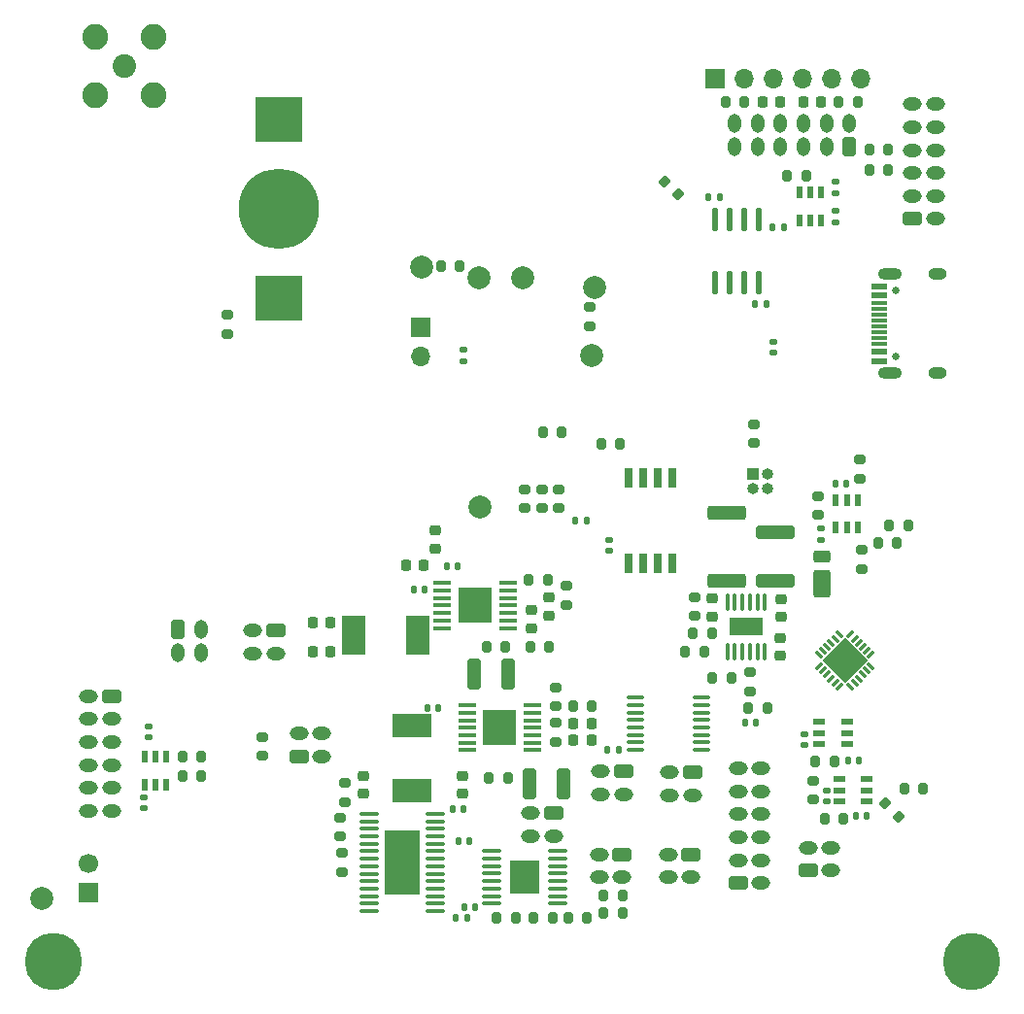
<source format=gbr>
%TF.GenerationSoftware,KiCad,Pcbnew,9.0.0*%
%TF.CreationDate,2025-08-26T23:06:38-07:00*%
%TF.ProjectId,FC_v5d,46435f76-3564-42e6-9b69-6361645f7063,rev?*%
%TF.SameCoordinates,Original*%
%TF.FileFunction,Soldermask,Bot*%
%TF.FilePolarity,Negative*%
%FSLAX46Y46*%
G04 Gerber Fmt 4.6, Leading zero omitted, Abs format (unit mm)*
G04 Created by KiCad (PCBNEW 9.0.0) date 2025-08-26 23:06:38*
%MOMM*%
%LPD*%
G01*
G04 APERTURE LIST*
G04 Aperture macros list*
%AMRoundRect*
0 Rectangle with rounded corners*
0 $1 Rounding radius*
0 $2 $3 $4 $5 $6 $7 $8 $9 X,Y pos of 4 corners*
0 Add a 4 corners polygon primitive as box body*
4,1,4,$2,$3,$4,$5,$6,$7,$8,$9,$2,$3,0*
0 Add four circle primitives for the rounded corners*
1,1,$1+$1,$2,$3*
1,1,$1+$1,$4,$5*
1,1,$1+$1,$6,$7*
1,1,$1+$1,$8,$9*
0 Add four rect primitives between the rounded corners*
20,1,$1+$1,$2,$3,$4,$5,0*
20,1,$1+$1,$4,$5,$6,$7,0*
20,1,$1+$1,$6,$7,$8,$9,0*
20,1,$1+$1,$8,$9,$2,$3,0*%
%AMRotRect*
0 Rectangle, with rotation*
0 The origin of the aperture is its center*
0 $1 length*
0 $2 width*
0 $3 Rotation angle, in degrees counterclockwise*
0 Add horizontal line*
21,1,$1,$2,0,0,$3*%
G04 Aperture macros list end*
%ADD10RoundRect,0.200000X0.200000X0.275000X-0.200000X0.275000X-0.200000X-0.275000X0.200000X-0.275000X0*%
%ADD11RoundRect,0.250000X-0.350000X-0.575000X0.350000X-0.575000X0.350000X0.575000X-0.350000X0.575000X0*%
%ADD12O,1.200000X1.650000*%
%ADD13C,2.050000*%
%ADD14C,2.250000*%
%ADD15C,2.000000*%
%ADD16C,5.000000*%
%ADD17RoundRect,0.250000X-0.575000X0.350000X-0.575000X-0.350000X0.575000X-0.350000X0.575000X0.350000X0*%
%ADD18O,1.650000X1.200000*%
%ADD19RoundRect,0.250000X0.575000X-0.350000X0.575000X0.350000X-0.575000X0.350000X-0.575000X-0.350000X0*%
%ADD20R,1.700000X1.700000*%
%ADD21C,1.700000*%
%ADD22R,1.000000X1.000000*%
%ADD23O,1.000000X1.000000*%
%ADD24RoundRect,0.250000X0.350000X0.575000X-0.350000X0.575000X-0.350000X-0.575000X0.350000X-0.575000X0*%
%ADD25O,1.700000X1.700000*%
%ADD26RoundRect,0.200000X0.275000X-0.200000X0.275000X0.200000X-0.275000X0.200000X-0.275000X-0.200000X0*%
%ADD27RoundRect,0.200000X-0.275000X0.200000X-0.275000X-0.200000X0.275000X-0.200000X0.275000X0.200000X0*%
%ADD28RoundRect,0.225000X0.250000X-0.225000X0.250000X0.225000X-0.250000X0.225000X-0.250000X-0.225000X0*%
%ADD29RoundRect,0.140000X0.170000X-0.140000X0.170000X0.140000X-0.170000X0.140000X-0.170000X-0.140000X0*%
%ADD30R,3.000000X3.100000*%
%ADD31RoundRect,0.100000X0.687500X0.100000X-0.687500X0.100000X-0.687500X-0.100000X0.687500X-0.100000X0*%
%ADD32RoundRect,0.250000X-0.325000X-1.100000X0.325000X-1.100000X0.325000X1.100000X-0.325000X1.100000X0*%
%ADD33RoundRect,0.140000X-0.140000X-0.170000X0.140000X-0.170000X0.140000X0.170000X-0.140000X0.170000X0*%
%ADD34RoundRect,0.200000X-0.200000X-0.275000X0.200000X-0.275000X0.200000X0.275000X-0.200000X0.275000X0*%
%ADD35R,0.550000X1.000000*%
%ADD36RoundRect,0.140000X-0.170000X0.140000X-0.170000X-0.140000X0.170000X-0.140000X0.170000X0.140000X0*%
%ADD37RoundRect,0.218750X0.218750X0.256250X-0.218750X0.256250X-0.218750X-0.256250X0.218750X-0.256250X0*%
%ADD38RotRect,0.782600X0.254800X225.000000*%
%ADD39RotRect,0.254800X0.782600X225.000000*%
%ADD40RotRect,2.794000X2.794000X225.000000*%
%ADD41RoundRect,0.225000X-0.225000X-0.250000X0.225000X-0.250000X0.225000X0.250000X-0.225000X0.250000X0*%
%ADD42R,3.400000X2.000000*%
%ADD43RoundRect,0.225000X-0.250000X0.225000X-0.250000X-0.225000X0.250000X-0.225000X0.250000X0.225000X0*%
%ADD44RoundRect,0.250000X-0.500000X0.950000X-0.500000X-0.950000X0.500000X-0.950000X0.500000X0.950000X0*%
%ADD45RoundRect,0.250000X-0.500000X0.275000X-0.500000X-0.275000X0.500000X-0.275000X0.500000X0.275000X0*%
%ADD46RoundRect,0.140000X0.140000X0.170000X-0.140000X0.170000X-0.140000X-0.170000X0.140000X-0.170000X0*%
%ADD47RoundRect,0.225000X0.225000X0.250000X-0.225000X0.250000X-0.225000X-0.250000X0.225000X-0.250000X0*%
%ADD48RoundRect,0.135000X-0.135000X-0.185000X0.135000X-0.185000X0.135000X0.185000X-0.135000X0.185000X0*%
%ADD49RoundRect,0.250000X1.425000X-0.362500X1.425000X0.362500X-1.425000X0.362500X-1.425000X-0.362500X0*%
%ADD50O,1.730000X0.340000*%
%ADD51C,0.500000*%
%ADD52R,3.100000X5.600000*%
%ADD53RoundRect,0.218750X-0.218750X-0.256250X0.218750X-0.256250X0.218750X0.256250X-0.218750X0.256250X0*%
%ADD54R,1.000000X0.550000*%
%ADD55RoundRect,0.135000X0.135000X0.185000X-0.135000X0.185000X-0.135000X-0.185000X0.135000X-0.185000X0*%
%ADD56R,4.180000X3.900000*%
%ADD57C,7.000000*%
%ADD58R,0.800000X1.700000*%
%ADD59RoundRect,0.100000X0.100000X-0.625000X0.100000X0.625000X-0.100000X0.625000X-0.100000X-0.625000X0*%
%ADD60R,2.850000X1.650000*%
%ADD61O,0.590000X2.050000*%
%ADD62RoundRect,0.200000X-0.335876X-0.053033X-0.053033X-0.335876X0.335876X0.053033X0.053033X0.335876X0*%
%ADD63RoundRect,0.100000X0.637500X0.100000X-0.637500X0.100000X-0.637500X-0.100000X0.637500X-0.100000X0*%
%ADD64RoundRect,0.250000X1.450000X-0.312500X1.450000X0.312500X-1.450000X0.312500X-1.450000X-0.312500X0*%
%ADD65O,1.750000X0.340000*%
%ADD66R,2.500000X2.900000*%
%ADD67C,0.650000*%
%ADD68R,1.450000X0.600000*%
%ADD69R,1.450000X0.300000*%
%ADD70O,1.600000X1.000000*%
%ADD71O,2.100000X1.000000*%
%ADD72R,2.000000X3.400000*%
G04 APERTURE END LIST*
D10*
%TO.C,R106*%
X220075000Y-69000000D03*
X218425000Y-69000000D03*
%TD*%
%TO.C,R105*%
X220075000Y-67250000D03*
X218425000Y-67250000D03*
%TD*%
D11*
%TO.C,J21*%
X158200000Y-109100000D03*
D12*
X158200000Y-111100001D03*
X160200001Y-109100000D03*
X160200000Y-111100000D03*
%TD*%
D13*
%TO.C,J6*%
X153500000Y-60000000D03*
D14*
X150960000Y-57460000D03*
X150960000Y-62540000D03*
X156040000Y-57460000D03*
X156040000Y-62540000D03*
%TD*%
D15*
%TO.C,TP6*%
X179400000Y-77500000D03*
%TD*%
D16*
%TO.C,H2*%
X227300000Y-138000000D03*
%TD*%
D17*
%TO.C,J20*%
X190900000Y-125100000D03*
D18*
X188899999Y-125100000D03*
X190900000Y-127100001D03*
X188900000Y-127100000D03*
%TD*%
D16*
%TO.C,H1*%
X147300000Y-138000000D03*
%TD*%
D17*
%TO.C,J7*%
X203000000Y-121525001D03*
D18*
X200999999Y-121525001D03*
X203000000Y-123525002D03*
X201000000Y-123525001D03*
%TD*%
D17*
%TO.C,J17*%
X152400000Y-114899999D03*
D18*
X150399999Y-114899999D03*
X152400000Y-116900000D03*
X150400000Y-116899999D03*
X152400000Y-118899999D03*
X150400000Y-118900000D03*
X152400000Y-120899999D03*
X150400000Y-120899999D03*
X152400000Y-122899999D03*
X150400000Y-122899999D03*
X152400000Y-124899999D03*
X150400000Y-124899999D03*
%TD*%
D15*
%TO.C,TP5*%
X184500000Y-98400000D03*
%TD*%
D17*
%TO.C,J10*%
X197000000Y-121475001D03*
D18*
X194999999Y-121475001D03*
X197000000Y-123475002D03*
X195000000Y-123475001D03*
%TD*%
D19*
%TO.C,J19*%
X213100000Y-130100001D03*
D18*
X215100001Y-130100001D03*
X213100000Y-128100000D03*
X215100000Y-128100001D03*
%TD*%
D17*
%TO.C,J8*%
X202900000Y-128700000D03*
D18*
X200899999Y-128700000D03*
X202900000Y-130700001D03*
X200900000Y-130700000D03*
%TD*%
D15*
%TO.C,TP2*%
X194200000Y-85200000D03*
%TD*%
%TO.C,TP8*%
X188200000Y-78400000D03*
%TD*%
%TO.C,TP3*%
X146350000Y-132550000D03*
%TD*%
D17*
%TO.C,J29*%
X196900000Y-128700001D03*
D18*
X194899999Y-128700001D03*
X196900000Y-130700002D03*
X194900000Y-130700001D03*
%TD*%
D19*
%TO.C,J23*%
X168725000Y-120150000D03*
D18*
X170725001Y-120150000D03*
X168725000Y-118149999D03*
X170725000Y-118150000D03*
%TD*%
D20*
%TO.C,J4*%
X150350000Y-132025000D03*
D21*
X150350000Y-129485000D03*
%TD*%
D15*
%TO.C,TP7*%
X184400000Y-78400000D03*
%TD*%
D22*
%TO.C,J22*%
X208275000Y-95550000D03*
D23*
X209545000Y-95550000D03*
X208275000Y-96820000D03*
X209545000Y-96820000D03*
%TD*%
D15*
%TO.C,TP1*%
X194500000Y-79250000D03*
%TD*%
D17*
%TO.C,J24*%
X166700000Y-109200000D03*
D18*
X164699999Y-109200000D03*
X166700000Y-111200001D03*
X164700000Y-111200000D03*
%TD*%
D19*
%TO.C,J16*%
X222200001Y-73300000D03*
D18*
X224200001Y-73300000D03*
X222200001Y-71300000D03*
X224200001Y-71300000D03*
X222200001Y-69300000D03*
X224200001Y-69300000D03*
X222200001Y-67300000D03*
X224200001Y-67300000D03*
X222200001Y-65300000D03*
X224200001Y-65300000D03*
X222200001Y-63300000D03*
X224200001Y-63300000D03*
%TD*%
D19*
%TO.C,J14*%
X206999999Y-131200000D03*
D18*
X209000000Y-131200000D03*
X206999999Y-129199999D03*
X208999999Y-129200000D03*
X206999999Y-127200000D03*
X208999999Y-127199999D03*
X206999999Y-125200000D03*
X208999999Y-125200000D03*
X206999999Y-123200000D03*
X208999999Y-123200000D03*
X206999999Y-121200000D03*
X208999999Y-121200000D03*
%TD*%
D24*
%TO.C,J18*%
X216700000Y-67000000D03*
D12*
X216700000Y-65000000D03*
X214700000Y-67000000D03*
X214700000Y-65000000D03*
X212700000Y-67000000D03*
X212700000Y-65000000D03*
X210700000Y-67000000D03*
X210700000Y-65000000D03*
X208700000Y-67000000D03*
X208700000Y-65000000D03*
X206700000Y-67000000D03*
X206700000Y-65000000D03*
%TD*%
D20*
%TO.C,J3*%
X204950000Y-61100000D03*
D25*
X207490000Y-61100000D03*
X210029999Y-61100000D03*
X212570000Y-61100000D03*
X215110000Y-61100000D03*
X217650000Y-61100000D03*
%TD*%
D20*
%TO.C,J1*%
X179300000Y-82725000D03*
D25*
X179300000Y-85265000D03*
%TD*%
D26*
%TO.C,R43*%
X191131250Y-118875000D03*
X191131250Y-117225000D03*
%TD*%
%TO.C,R71*%
X203200000Y-107925000D03*
X203200000Y-106275000D03*
%TD*%
D27*
%TO.C,R51*%
X214000000Y-97450000D03*
X214000000Y-99100000D03*
%TD*%
D28*
%TO.C,C40*%
X210700000Y-111375000D03*
X210700000Y-109825000D03*
%TD*%
D29*
%TO.C,C53*%
X212775000Y-119155000D03*
X212775000Y-118195000D03*
%TD*%
D30*
%TO.C,U13*%
X184100000Y-107000000D03*
D31*
X186962500Y-105050000D03*
X186962500Y-105700000D03*
X186962500Y-106350000D03*
X186962500Y-107000000D03*
X186962500Y-107650000D03*
X186962500Y-108300000D03*
X186962500Y-108950000D03*
X181237500Y-108950000D03*
X181237500Y-108300000D03*
X181237500Y-107650000D03*
X181237500Y-107000000D03*
X181237500Y-106350000D03*
X181237500Y-105700000D03*
X181237500Y-105050000D03*
%TD*%
D32*
%TO.C,C25*%
X188849999Y-122550000D03*
X191800001Y-122550000D03*
%TD*%
D26*
%TO.C,R76*%
X213500000Y-123925000D03*
X213500000Y-122275000D03*
%TD*%
D10*
%TO.C,R86*%
X160225000Y-121900000D03*
X158575000Y-121900000D03*
%TD*%
D27*
%TO.C,R67*%
X191400000Y-96875000D03*
X191400000Y-98525000D03*
%TD*%
D33*
%TO.C,C58*%
X182120000Y-124700000D03*
X183080000Y-124700000D03*
%TD*%
D26*
%TO.C,R102*%
X172300000Y-127125000D03*
X172300000Y-125475000D03*
%TD*%
D34*
%TO.C,R103*%
X189975000Y-91900000D03*
X191625000Y-91900000D03*
%TD*%
D35*
%TO.C,U29*%
X214225001Y-73400001D03*
X213275001Y-73400001D03*
X212325001Y-73400001D03*
X212325001Y-71000001D03*
X213275001Y-71000001D03*
X214225001Y-71000001D03*
%TD*%
D36*
%TO.C,C60*%
X155200000Y-123720000D03*
X155200000Y-124680000D03*
%TD*%
D26*
%TO.C,R66*%
X208000000Y-114475000D03*
X208000000Y-112825000D03*
%TD*%
D37*
%TO.C,D1*%
X214236250Y-63100000D03*
X212661250Y-63100000D03*
%TD*%
D29*
%TO.C,C18*%
X183100000Y-85680000D03*
X183100000Y-84720000D03*
%TD*%
D26*
%TO.C,R38*%
X191131250Y-115775000D03*
X191131250Y-114125000D03*
%TD*%
D34*
%TO.C,R125*%
X185075000Y-110600000D03*
X186725000Y-110600000D03*
%TD*%
D26*
%TO.C,R96*%
X162500000Y-83325000D03*
X162500000Y-81675000D03*
%TD*%
D33*
%TO.C,C27*%
X179920000Y-115900000D03*
X180880000Y-115900000D03*
%TD*%
D38*
%TO.C,U12*%
X216797153Y-109534628D03*
X217150799Y-109888275D03*
X217504441Y-110241916D03*
X217858084Y-110595559D03*
X218211725Y-110949201D03*
X218565372Y-111302847D03*
D39*
X218565372Y-112297153D03*
X218211725Y-112650799D03*
X217858084Y-113004441D03*
X217504441Y-113358084D03*
X217150799Y-113711725D03*
X216797153Y-114065372D03*
D38*
X215802847Y-114065372D03*
X215449201Y-113711725D03*
X215095559Y-113358084D03*
X214741916Y-113004441D03*
X214388275Y-112650799D03*
X214034628Y-112297153D03*
D39*
X214034628Y-111302847D03*
X214388275Y-110949201D03*
X214741916Y-110595559D03*
X215095559Y-110241916D03*
X215449201Y-109888275D03*
X215802847Y-109534628D03*
D40*
X216300000Y-111800000D03*
%TD*%
D41*
%TO.C,C36*%
X192656250Y-118750000D03*
X194206250Y-118750000D03*
%TD*%
D42*
%TO.C,L4*%
X178600000Y-123100000D03*
X178600000Y-117500000D03*
%TD*%
D34*
%TO.C,R61*%
X219175000Y-101500000D03*
X220825000Y-101500000D03*
%TD*%
%TO.C,R14*%
X181075000Y-77400000D03*
X182725000Y-77400000D03*
%TD*%
%TO.C,R88*%
X221475000Y-123000000D03*
X223125000Y-123000000D03*
%TD*%
%TO.C,R70*%
X202375000Y-111000000D03*
X204025000Y-111000000D03*
%TD*%
D43*
%TO.C,C42*%
X204708799Y-106391199D03*
X204708799Y-107941199D03*
%TD*%
D44*
%TO.C,D13*%
X214300000Y-105100000D03*
D45*
X214300000Y-102725000D03*
%TD*%
D26*
%TO.C,R101*%
X172750000Y-124125000D03*
X172750000Y-122475000D03*
%TD*%
D33*
%TO.C,C57*%
X182620000Y-127500000D03*
X183580000Y-127500000D03*
%TD*%
D46*
%TO.C,C5*%
X179680000Y-105575000D03*
X178720000Y-105575000D03*
%TD*%
D43*
%TO.C,C41*%
X210708799Y-106425000D03*
X210708799Y-107975000D03*
%TD*%
D27*
%TO.C,R77*%
X188400000Y-96875000D03*
X188400000Y-98525000D03*
%TD*%
D29*
%TO.C,C80*%
X215525001Y-71035002D03*
X215525001Y-70075002D03*
%TD*%
D41*
%TO.C,C37*%
X192656250Y-117250000D03*
X194206250Y-117250000D03*
%TD*%
D43*
%TO.C,C4*%
X190500000Y-106325000D03*
X190500000Y-107875000D03*
%TD*%
D33*
%TO.C,C54*%
X182420000Y-134250000D03*
X183380000Y-134250000D03*
%TD*%
D10*
%TO.C,R82*%
X196924999Y-133800000D03*
X195274999Y-133800000D03*
%TD*%
%TO.C,R65*%
X209525000Y-115900000D03*
X207875000Y-115900000D03*
%TD*%
%TO.C,R84*%
X187625000Y-134200000D03*
X185975000Y-134200000D03*
%TD*%
D36*
%TO.C,C48*%
X214250000Y-100295000D03*
X214250000Y-101255000D03*
%TD*%
D29*
%TO.C,C79*%
X215525001Y-73585002D03*
X215525001Y-72625002D03*
%TD*%
D47*
%TO.C,C3*%
X179575000Y-103500000D03*
X178025000Y-103500000D03*
%TD*%
D48*
%TO.C,R9*%
X204390001Y-71400000D03*
X205409999Y-71400000D03*
%TD*%
D10*
%TO.C,R55*%
X193825000Y-134200000D03*
X192175000Y-134200000D03*
%TD*%
D35*
%TO.C,U27*%
X155250000Y-120200000D03*
X156200000Y-120200000D03*
X157150000Y-120200000D03*
X157150000Y-122600000D03*
X156200000Y-122600000D03*
X155250000Y-122600000D03*
%TD*%
D10*
%TO.C,R40*%
X194256250Y-115750000D03*
X192606250Y-115750000D03*
%TD*%
%TO.C,R85*%
X196925000Y-132300000D03*
X195275000Y-132300000D03*
%TD*%
%TO.C,R74*%
X204725000Y-109400000D03*
X203075000Y-109400000D03*
%TD*%
D33*
%TO.C,C55*%
X216595000Y-120500000D03*
X217555000Y-120500000D03*
%TD*%
D34*
%TO.C,R4*%
X215763750Y-63100000D03*
X217413750Y-63100000D03*
%TD*%
D27*
%TO.C,R42*%
X192000000Y-105275000D03*
X192000000Y-106925000D03*
%TD*%
D34*
%TO.C,R47*%
X214525000Y-125600000D03*
X216175000Y-125600000D03*
%TD*%
%TO.C,R124*%
X185275000Y-122000000D03*
X186925000Y-122000000D03*
%TD*%
D27*
%TO.C,R73*%
X165500000Y-118475000D03*
X165500000Y-120125000D03*
%TD*%
D49*
%TO.C,R75*%
X206008799Y-104803700D03*
X206008799Y-98878700D03*
%TD*%
D29*
%TO.C,C49*%
X214750000Y-124080000D03*
X214750000Y-123120000D03*
%TD*%
D34*
%TO.C,R23*%
X188775000Y-104800000D03*
X190425000Y-104800000D03*
%TD*%
D50*
%TO.C,U6*%
X174830000Y-133630000D03*
X174830000Y-132980000D03*
X174830000Y-132329999D03*
X174830000Y-131680000D03*
X174830000Y-131030001D03*
X174830000Y-130380000D03*
X174830000Y-129720000D03*
X174830000Y-129070000D03*
X174830000Y-128420000D03*
X174830000Y-127769999D03*
X174830000Y-127120000D03*
X174830000Y-126470001D03*
X174830000Y-125820000D03*
X174830000Y-125170000D03*
X180570000Y-125170000D03*
X180570000Y-125820000D03*
X180570000Y-126470001D03*
X180570000Y-127120000D03*
X180570000Y-127769999D03*
X180570000Y-128420000D03*
X180570000Y-129070000D03*
X180570000Y-129720000D03*
X180570000Y-130380000D03*
X180570000Y-131030001D03*
X180570000Y-131680000D03*
X180570000Y-132329999D03*
X180570000Y-132980000D03*
X180570000Y-133630000D03*
D51*
X176500000Y-131200000D03*
X177700000Y-131200000D03*
X178900000Y-131200000D03*
X176500000Y-130000000D03*
X177700000Y-130000000D03*
X178900000Y-130000000D03*
D52*
X177700000Y-129400000D03*
D51*
X176500000Y-128800000D03*
X177700000Y-128800000D03*
X178900000Y-128800000D03*
X177700000Y-127620000D03*
X176500000Y-127600000D03*
X178900000Y-127600000D03*
%TD*%
D34*
%TO.C,R69*%
X204775000Y-113300000D03*
X206425000Y-113300000D03*
%TD*%
D53*
%TO.C,D2*%
X209112499Y-63100000D03*
X210687501Y-63100000D03*
%TD*%
D28*
%TO.C,C9*%
X189000000Y-108975000D03*
X189000000Y-107425000D03*
%TD*%
D33*
%TO.C,C10*%
X210020000Y-74000000D03*
X210980000Y-74000000D03*
%TD*%
D29*
%TO.C,C76*%
X210100000Y-84980000D03*
X210100000Y-84020000D03*
%TD*%
D46*
%TO.C,C30*%
X196580000Y-119600000D03*
X195620000Y-119600000D03*
%TD*%
D54*
%TO.C,U22*%
X215800000Y-124050000D03*
X215800000Y-123100000D03*
X215800000Y-122150000D03*
X218200000Y-122150000D03*
X218200000Y-123100000D03*
X218200000Y-124050000D03*
%TD*%
D33*
%TO.C,C47*%
X215482499Y-96375001D03*
X216442499Y-96375001D03*
%TD*%
D29*
%TO.C,C28*%
X195750000Y-102230000D03*
X195750000Y-101270000D03*
%TD*%
D55*
%TO.C,R37*%
X209509999Y-80750000D03*
X208490001Y-80750000D03*
%TD*%
D56*
%TO.C,BT1*%
X167000001Y-64600000D03*
X167000001Y-80200000D03*
D57*
X167000001Y-72400000D03*
%TD*%
D26*
%TO.C,R62*%
X217750000Y-103825000D03*
X217750000Y-102175000D03*
%TD*%
D47*
%TO.C,C8*%
X171475000Y-108525000D03*
X169925000Y-108525000D03*
%TD*%
D34*
%TO.C,R50*%
X211260002Y-69555002D03*
X212910002Y-69555002D03*
%TD*%
D27*
%TO.C,R68*%
X217600000Y-94275000D03*
X217600000Y-95925000D03*
%TD*%
D10*
%TO.C,R3*%
X207552500Y-63120000D03*
X205902500Y-63120000D03*
%TD*%
D33*
%TO.C,C56*%
X183120000Y-133300000D03*
X184080000Y-133300000D03*
%TD*%
%TO.C,C29*%
X207620000Y-117200000D03*
X208580000Y-117200000D03*
%TD*%
D10*
%TO.C,R63*%
X190525000Y-110600000D03*
X188875000Y-110600000D03*
%TD*%
D58*
%TO.C,U2*%
X197490000Y-95900000D03*
X198760000Y-95900000D03*
X200030000Y-95900000D03*
X201300000Y-95900000D03*
X201300000Y-103300000D03*
X200030000Y-103300000D03*
X198760000Y-103300000D03*
X197490000Y-103300000D03*
%TD*%
D43*
%TO.C,C15*%
X174300000Y-121875000D03*
X174300000Y-123425000D03*
%TD*%
D46*
%TO.C,C6*%
X182580000Y-103600000D03*
X181620000Y-103600000D03*
%TD*%
D30*
%TO.C,U10*%
X186231250Y-117650000D03*
D31*
X189093750Y-115700000D03*
X189093750Y-116350000D03*
X189093750Y-117000000D03*
X189093750Y-117650000D03*
X189093750Y-118300000D03*
X189093750Y-118950000D03*
X189093750Y-119600000D03*
X183368750Y-119600000D03*
X183368750Y-118950000D03*
X183368750Y-118300000D03*
X183368750Y-117650000D03*
X183368750Y-117000000D03*
X183368750Y-116350000D03*
X183368750Y-115700000D03*
%TD*%
D28*
%TO.C,C1*%
X180600000Y-102025000D03*
X180600000Y-100475000D03*
%TD*%
D27*
%TO.C,R78*%
X189900000Y-96875000D03*
X189900000Y-98525000D03*
%TD*%
D59*
%TO.C,IC6*%
X209323799Y-111001200D03*
X208673800Y-111001200D03*
X208023799Y-111001200D03*
X207373799Y-111001200D03*
X206723798Y-111001200D03*
X206073799Y-111001200D03*
X206073799Y-106701200D03*
X206723798Y-106701200D03*
X207373799Y-106701200D03*
X208023799Y-106701200D03*
X208673800Y-106701200D03*
X209323799Y-106701200D03*
D60*
X207698799Y-108851200D03*
%TD*%
D46*
%TO.C,C51*%
X218230000Y-125350000D03*
X217270000Y-125350000D03*
%TD*%
D61*
%TO.C,U5*%
X208810000Y-78870000D03*
X207530000Y-78870000D03*
X206270000Y-78870000D03*
X205000000Y-78870000D03*
X205000000Y-73330000D03*
X206270000Y-73330000D03*
X207530000Y-73330000D03*
X208810000Y-73330000D03*
%TD*%
D43*
%TO.C,C16*%
X182950000Y-121825000D03*
X182950000Y-123375000D03*
%TD*%
D34*
%TO.C,R83*%
X189175000Y-134200000D03*
X190825000Y-134200000D03*
%TD*%
D62*
%TO.C,R79*%
X200616637Y-70016637D03*
X201783363Y-71183363D03*
%TD*%
D63*
%TO.C,U26*%
X203775001Y-115025000D03*
X203775001Y-115675000D03*
X203775001Y-116325000D03*
X203775001Y-116975000D03*
X203775001Y-117625000D03*
X203775001Y-118275000D03*
X203775001Y-118925000D03*
X203775001Y-119575000D03*
X198050001Y-119575000D03*
X198050001Y-118925000D03*
X198050001Y-118275000D03*
X198050001Y-117625000D03*
X198050001Y-116975000D03*
X198050001Y-116325000D03*
X198050001Y-115675000D03*
X198050001Y-115025000D03*
%TD*%
D64*
%TO.C,L2*%
X210208799Y-104878700D03*
X210208799Y-100603700D03*
%TD*%
D27*
%TO.C,R90*%
X194100000Y-80975000D03*
X194100000Y-82625000D03*
%TD*%
D34*
%TO.C,R45*%
X220175000Y-100000000D03*
X221825000Y-100000000D03*
%TD*%
D65*
%TO.C,U25*%
X185530000Y-132980000D03*
X185530000Y-132330001D03*
X185530000Y-131680000D03*
X185530000Y-131020000D03*
X185530000Y-130370000D03*
X185530000Y-129720000D03*
X185530000Y-129069999D03*
X185530000Y-128420000D03*
X191270000Y-128420000D03*
X191270000Y-129069999D03*
X191270000Y-129720000D03*
X191270000Y-130370000D03*
X191270000Y-131020000D03*
X191270000Y-131680000D03*
X191270000Y-132330001D03*
X191270000Y-132980000D03*
D66*
X188400000Y-130700000D03*
%TD*%
D67*
%TO.C,J12*%
X220750000Y-79530000D03*
X220750000Y-85310000D03*
D68*
X219305000Y-79170000D03*
X219305000Y-79969999D03*
D69*
X219305001Y-81170000D03*
X219305000Y-82170000D03*
X219305000Y-82670000D03*
X219305001Y-83670000D03*
D68*
X219305000Y-84870001D03*
X219305000Y-85670000D03*
X219305000Y-85670000D03*
X219305000Y-84870001D03*
D69*
X219305000Y-84170000D03*
X219305000Y-83170000D03*
X219305000Y-81670000D03*
X219305000Y-80670000D03*
D68*
X219305000Y-79969999D03*
X219305000Y-79170000D03*
D70*
X224400000Y-78100000D03*
D71*
X220220000Y-78100000D03*
D70*
X224400000Y-86740000D03*
D71*
X220220000Y-86740000D03*
%TD*%
D32*
%TO.C,C19*%
X184025000Y-112950000D03*
X186975000Y-112950000D03*
%TD*%
D26*
%TO.C,R100*%
X172500000Y-130225000D03*
X172500000Y-128575000D03*
%TD*%
D10*
%TO.C,R11*%
X196725000Y-92900000D03*
X195075000Y-92900000D03*
%TD*%
D62*
%TO.C,R89*%
X219816637Y-124216637D03*
X220983363Y-125383363D03*
%TD*%
D35*
%TO.C,U21*%
X215512499Y-97775000D03*
X216462499Y-97775000D03*
X217412499Y-97775000D03*
X217412499Y-100175000D03*
X216462499Y-100175000D03*
X215512499Y-100175000D03*
%TD*%
D26*
%TO.C,R5*%
X208400000Y-92825000D03*
X208400000Y-91175000D03*
%TD*%
D33*
%TO.C,C39*%
X192820000Y-99600000D03*
X193780000Y-99600000D03*
%TD*%
D29*
%TO.C,C59*%
X155600000Y-118480000D03*
X155600000Y-117520000D03*
%TD*%
D47*
%TO.C,C7*%
X171475000Y-111000000D03*
X169925000Y-111000000D03*
%TD*%
D54*
%TO.C,U24*%
X214075000Y-119050000D03*
X214075000Y-118100000D03*
X214075000Y-117150000D03*
X216475000Y-117150000D03*
X216475000Y-118100000D03*
X216475000Y-119050000D03*
%TD*%
D34*
%TO.C,R49*%
X213750000Y-120575000D03*
X215400000Y-120575000D03*
%TD*%
D10*
%TO.C,R87*%
X160225000Y-120200000D03*
X158575000Y-120200000D03*
%TD*%
D72*
%TO.C,L5*%
X179075000Y-109625001D03*
X173475000Y-109625001D03*
%TD*%
M02*

</source>
